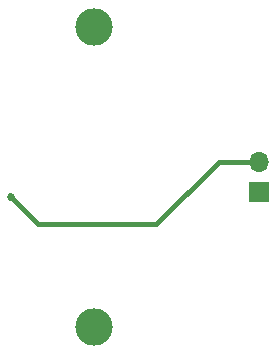
<source format=gbr>
G04 #@! TF.GenerationSoftware,KiCad,Pcbnew,6.0.8-f2edbf62ab~116~ubuntu22.04.1*
G04 #@! TF.CreationDate,2023-01-10T16:41:05-08:00*
G04 #@! TF.ProjectId,led_ring,6c65645f-7269-46e6-972e-6b696361645f,rev?*
G04 #@! TF.SameCoordinates,Original*
G04 #@! TF.FileFunction,Copper,L2,Bot*
G04 #@! TF.FilePolarity,Positive*
%FSLAX46Y46*%
G04 Gerber Fmt 4.6, Leading zero omitted, Abs format (unit mm)*
G04 Created by KiCad (PCBNEW 6.0.8-f2edbf62ab~116~ubuntu22.04.1) date 2023-01-10 16:41:05*
%MOMM*%
%LPD*%
G01*
G04 APERTURE LIST*
G04 #@! TA.AperFunction,ComponentPad*
%ADD10R,1.700000X1.700000*%
G04 #@! TD*
G04 #@! TA.AperFunction,ComponentPad*
%ADD11O,1.700000X1.700000*%
G04 #@! TD*
G04 #@! TA.AperFunction,ComponentPad*
%ADD12C,3.175000*%
G04 #@! TD*
G04 #@! TA.AperFunction,ViaPad*
%ADD13C,0.685800*%
G04 #@! TD*
G04 #@! TA.AperFunction,Conductor*
%ADD14C,0.381000*%
G04 #@! TD*
G04 APERTURE END LIST*
D10*
X64770000Y-52070000D03*
D11*
X64770000Y-49530000D03*
D12*
X50800000Y-38100000D03*
X50800000Y-63500000D03*
D13*
X43771200Y-52483800D03*
D14*
X64770000Y-49530000D02*
X61405500Y-49530000D01*
X61405500Y-49530000D02*
X56119400Y-54816100D01*
X56119400Y-54816100D02*
X46103500Y-54816100D01*
X46103500Y-54816100D02*
X43771200Y-52483800D01*
M02*

</source>
